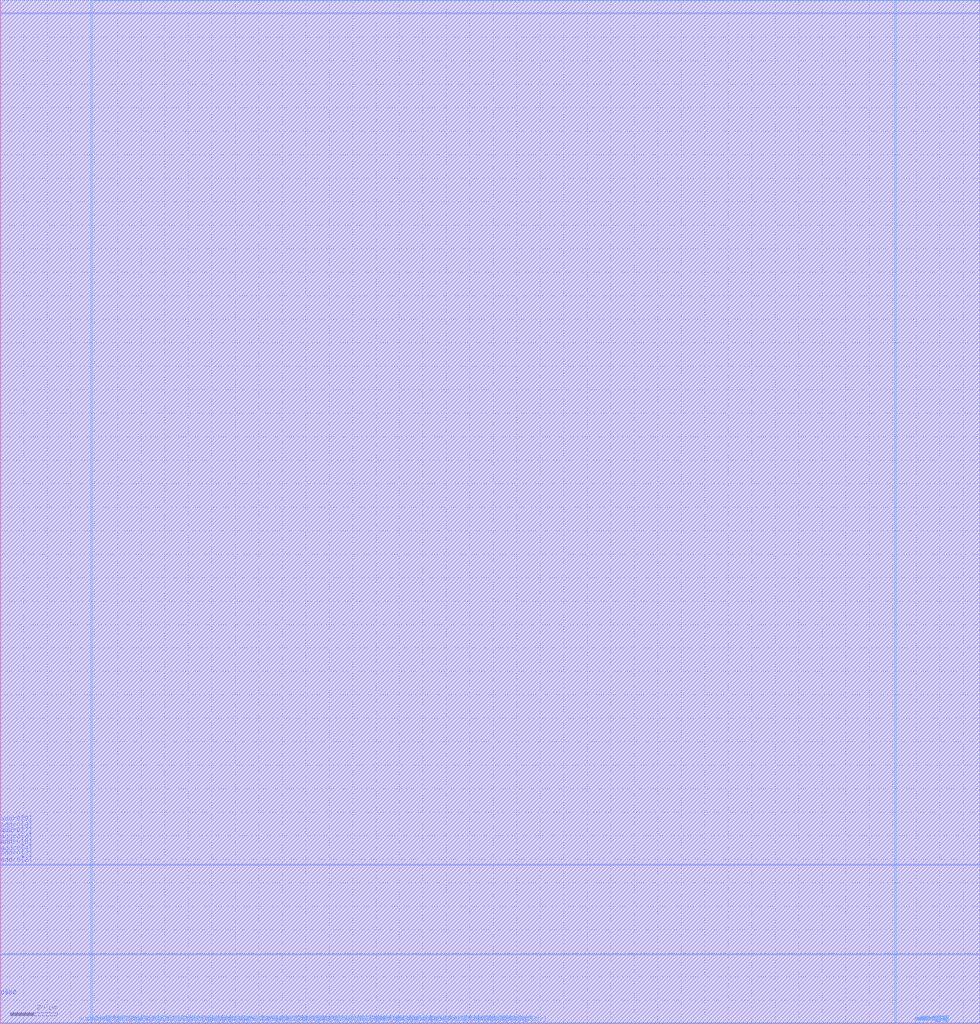
<source format=lef>
VERSION 5.4 ;
NAMESCASESENSITIVE ON ;
BUSBITCHARS "[]" ;
DIVIDERCHAR "/" ;
UNITS
  DATABASE MICRONS 2000 ;
END UNITS
MACRO sram_0rw1r1w_64_1024_freepdk45
   CLASS BLOCK ;
   SIZE 417.295 BY 435.97 ;
   SYMMETRY X Y R90 ;
   PIN din0[0]
      DIRECTION INPUT ;
      PORT
         LAYER metal4 ;
         RECT  38.8125 0.0 38.9525 0.14 ;
      END
   END din0[0]
   PIN din0[1]
      DIRECTION INPUT ;
      PORT
         LAYER metal4 ;
         RECT  41.6725 0.0 41.8125 0.14 ;
      END
   END din0[1]
   PIN din0[2]
      DIRECTION INPUT ;
      PORT
         LAYER metal4 ;
         RECT  44.5325 0.0 44.6725 0.14 ;
      END
   END din0[2]
   PIN din0[3]
      DIRECTION INPUT ;
      PORT
         LAYER metal4 ;
         RECT  47.3925 0.0 47.5325 0.14 ;
      END
   END din0[3]
   PIN din0[4]
      DIRECTION INPUT ;
      PORT
         LAYER metal4 ;
         RECT  50.2525 0.0 50.3925 0.14 ;
      END
   END din0[4]
   PIN din0[5]
      DIRECTION INPUT ;
      PORT
         LAYER metal4 ;
         RECT  53.1125 0.0 53.2525 0.14 ;
      END
   END din0[5]
   PIN din0[6]
      DIRECTION INPUT ;
      PORT
         LAYER metal4 ;
         RECT  55.9725 0.0 56.1125 0.14 ;
      END
   END din0[6]
   PIN din0[7]
      DIRECTION INPUT ;
      PORT
         LAYER metal4 ;
         RECT  58.8325 0.0 58.9725 0.14 ;
      END
   END din0[7]
   PIN din0[8]
      DIRECTION INPUT ;
      PORT
         LAYER metal4 ;
         RECT  61.6925 0.0 61.8325 0.14 ;
      END
   END din0[8]
   PIN din0[9]
      DIRECTION INPUT ;
      PORT
         LAYER metal4 ;
         RECT  64.5525 0.0 64.6925 0.14 ;
      END
   END din0[9]
   PIN din0[10]
      DIRECTION INPUT ;
      PORT
         LAYER metal4 ;
         RECT  67.4125 0.0 67.5525 0.14 ;
      END
   END din0[10]
   PIN din0[11]
      DIRECTION INPUT ;
      PORT
         LAYER metal4 ;
         RECT  70.2725 0.0 70.4125 0.14 ;
      END
   END din0[11]
   PIN din0[12]
      DIRECTION INPUT ;
      PORT
         LAYER metal4 ;
         RECT  73.1325 0.0 73.2725 0.14 ;
      END
   END din0[12]
   PIN din0[13]
      DIRECTION INPUT ;
      PORT
         LAYER metal4 ;
         RECT  75.9925 0.0 76.1325 0.14 ;
      END
   END din0[13]
   PIN din0[14]
      DIRECTION INPUT ;
      PORT
         LAYER metal4 ;
         RECT  78.8525 0.0 78.9925 0.14 ;
      END
   END din0[14]
   PIN din0[15]
      DIRECTION INPUT ;
      PORT
         LAYER metal4 ;
         RECT  81.7125 0.0 81.8525 0.14 ;
      END
   END din0[15]
   PIN din0[16]
      DIRECTION INPUT ;
      PORT
         LAYER metal4 ;
         RECT  84.5725 0.0 84.7125 0.14 ;
      END
   END din0[16]
   PIN din0[17]
      DIRECTION INPUT ;
      PORT
         LAYER metal4 ;
         RECT  87.4325 0.0 87.5725 0.14 ;
      END
   END din0[17]
   PIN din0[18]
      DIRECTION INPUT ;
      PORT
         LAYER metal4 ;
         RECT  90.2925 0.0 90.4325 0.14 ;
      END
   END din0[18]
   PIN din0[19]
      DIRECTION INPUT ;
      PORT
         LAYER metal4 ;
         RECT  93.1525 0.0 93.2925 0.14 ;
      END
   END din0[19]
   PIN din0[20]
      DIRECTION INPUT ;
      PORT
         LAYER metal4 ;
         RECT  96.0125 0.0 96.1525 0.14 ;
      END
   END din0[20]
   PIN din0[21]
      DIRECTION INPUT ;
      PORT
         LAYER metal4 ;
         RECT  98.8725 0.0 99.0125 0.14 ;
      END
   END din0[21]
   PIN din0[22]
      DIRECTION INPUT ;
      PORT
         LAYER metal4 ;
         RECT  101.7325 0.0 101.8725 0.14 ;
      END
   END din0[22]
   PIN din0[23]
      DIRECTION INPUT ;
      PORT
         LAYER metal4 ;
         RECT  104.5925 0.0 104.7325 0.14 ;
      END
   END din0[23]
   PIN din0[24]
      DIRECTION INPUT ;
      PORT
         LAYER metal4 ;
         RECT  107.4525 0.0 107.5925 0.14 ;
      END
   END din0[24]
   PIN din0[25]
      DIRECTION INPUT ;
      PORT
         LAYER metal4 ;
         RECT  110.3125 0.0 110.4525 0.14 ;
      END
   END din0[25]
   PIN din0[26]
      DIRECTION INPUT ;
      PORT
         LAYER metal4 ;
         RECT  113.1725 0.0 113.3125 0.14 ;
      END
   END din0[26]
   PIN din0[27]
      DIRECTION INPUT ;
      PORT
         LAYER metal4 ;
         RECT  116.0325 0.0 116.1725 0.14 ;
      END
   END din0[27]
   PIN din0[28]
      DIRECTION INPUT ;
      PORT
         LAYER metal4 ;
         RECT  118.8925 0.0 119.0325 0.14 ;
      END
   END din0[28]
   PIN din0[29]
      DIRECTION INPUT ;
      PORT
         LAYER metal4 ;
         RECT  121.7525 0.0 121.8925 0.14 ;
      END
   END din0[29]
   PIN din0[30]
      DIRECTION INPUT ;
      PORT
         LAYER metal4 ;
         RECT  124.6125 0.0 124.7525 0.14 ;
      END
   END din0[30]
   PIN din0[31]
      DIRECTION INPUT ;
      PORT
         LAYER metal4 ;
         RECT  127.4725 0.0 127.6125 0.14 ;
      END
   END din0[31]
   PIN din0[32]
      DIRECTION INPUT ;
      PORT
         LAYER metal4 ;
         RECT  130.3325 0.0 130.4725 0.14 ;
      END
   END din0[32]
   PIN din0[33]
      DIRECTION INPUT ;
      PORT
         LAYER metal4 ;
         RECT  133.1925 0.0 133.3325 0.14 ;
      END
   END din0[33]
   PIN din0[34]
      DIRECTION INPUT ;
      PORT
         LAYER metal4 ;
         RECT  136.0525 0.0 136.1925 0.14 ;
      END
   END din0[34]
   PIN din0[35]
      DIRECTION INPUT ;
      PORT
         LAYER metal4 ;
         RECT  138.9125 0.0 139.0525 0.14 ;
      END
   END din0[35]
   PIN din0[36]
      DIRECTION INPUT ;
      PORT
         LAYER metal4 ;
         RECT  141.7725 0.0 141.9125 0.14 ;
      END
   END din0[36]
   PIN din0[37]
      DIRECTION INPUT ;
      PORT
         LAYER metal4 ;
         RECT  144.6325 0.0 144.7725 0.14 ;
      END
   END din0[37]
   PIN din0[38]
      DIRECTION INPUT ;
      PORT
         LAYER metal4 ;
         RECT  147.4925 0.0 147.6325 0.14 ;
      END
   END din0[38]
   PIN din0[39]
      DIRECTION INPUT ;
      PORT
         LAYER metal4 ;
         RECT  150.3525 0.0 150.4925 0.14 ;
      END
   END din0[39]
   PIN din0[40]
      DIRECTION INPUT ;
      PORT
         LAYER metal4 ;
         RECT  153.2125 0.0 153.3525 0.14 ;
      END
   END din0[40]
   PIN din0[41]
      DIRECTION INPUT ;
      PORT
         LAYER metal4 ;
         RECT  156.0725 0.0 156.2125 0.14 ;
      END
   END din0[41]
   PIN din0[42]
      DIRECTION INPUT ;
      PORT
         LAYER metal4 ;
         RECT  158.9325 0.0 159.0725 0.14 ;
      END
   END din0[42]
   PIN din0[43]
      DIRECTION INPUT ;
      PORT
         LAYER metal4 ;
         RECT  161.7925 0.0 161.9325 0.14 ;
      END
   END din0[43]
   PIN din0[44]
      DIRECTION INPUT ;
      PORT
         LAYER metal4 ;
         RECT  164.6525 0.0 164.7925 0.14 ;
      END
   END din0[44]
   PIN din0[45]
      DIRECTION INPUT ;
      PORT
         LAYER metal4 ;
         RECT  167.5125 0.0 167.6525 0.14 ;
      END
   END din0[45]
   PIN din0[46]
      DIRECTION INPUT ;
      PORT
         LAYER metal4 ;
         RECT  170.3725 0.0 170.5125 0.14 ;
      END
   END din0[46]
   PIN din0[47]
      DIRECTION INPUT ;
      PORT
         LAYER metal4 ;
         RECT  173.2325 0.0 173.3725 0.14 ;
      END
   END din0[47]
   PIN din0[48]
      DIRECTION INPUT ;
      PORT
         LAYER metal4 ;
         RECT  176.0925 0.0 176.2325 0.14 ;
      END
   END din0[48]
   PIN din0[49]
      DIRECTION INPUT ;
      PORT
         LAYER metal4 ;
         RECT  178.9525 0.0 179.0925 0.14 ;
      END
   END din0[49]
   PIN din0[50]
      DIRECTION INPUT ;
      PORT
         LAYER metal4 ;
         RECT  181.8125 0.0 181.9525 0.14 ;
      END
   END din0[50]
   PIN din0[51]
      DIRECTION INPUT ;
      PORT
         LAYER metal4 ;
         RECT  184.6725 0.0 184.8125 0.14 ;
      END
   END din0[51]
   PIN din0[52]
      DIRECTION INPUT ;
      PORT
         LAYER metal4 ;
         RECT  187.5325 0.0 187.6725 0.14 ;
      END
   END din0[52]
   PIN din0[53]
      DIRECTION INPUT ;
      PORT
         LAYER metal4 ;
         RECT  190.3925 0.0 190.5325 0.14 ;
      END
   END din0[53]
   PIN din0[54]
      DIRECTION INPUT ;
      PORT
         LAYER metal4 ;
         RECT  193.2525 0.0 193.3925 0.14 ;
      END
   END din0[54]
   PIN din0[55]
      DIRECTION INPUT ;
      PORT
         LAYER metal4 ;
         RECT  196.1125 0.0 196.2525 0.14 ;
      END
   END din0[55]
   PIN din0[56]
      DIRECTION INPUT ;
      PORT
         LAYER metal4 ;
         RECT  198.9725 0.0 199.1125 0.14 ;
      END
   END din0[56]
   PIN din0[57]
      DIRECTION INPUT ;
      PORT
         LAYER metal4 ;
         RECT  201.8325 0.0 201.9725 0.14 ;
      END
   END din0[57]
   PIN din0[58]
      DIRECTION INPUT ;
      PORT
         LAYER metal4 ;
         RECT  204.6925 0.0 204.8325 0.14 ;
      END
   END din0[58]
   PIN din0[59]
      DIRECTION INPUT ;
      PORT
         LAYER metal4 ;
         RECT  207.5525 0.0 207.6925 0.14 ;
      END
   END din0[59]
   PIN din0[60]
      DIRECTION INPUT ;
      PORT
         LAYER metal4 ;
         RECT  210.4125 0.0 210.5525 0.14 ;
      END
   END din0[60]
   PIN din0[61]
      DIRECTION INPUT ;
      PORT
         LAYER metal4 ;
         RECT  213.2725 0.0 213.4125 0.14 ;
      END
   END din0[61]
   PIN din0[62]
      DIRECTION INPUT ;
      PORT
         LAYER metal4 ;
         RECT  216.1325 0.0 216.2725 0.14 ;
      END
   END din0[62]
   PIN din0[63]
      DIRECTION INPUT ;
      PORT
         LAYER metal4 ;
         RECT  218.9925 0.0 219.1325 0.14 ;
      END
   END din0[63]
   PIN addr0[0]
      DIRECTION INPUT ;
      PORT
         LAYER metal4 ;
         RECT  33.0925 0.0 33.2325 0.14 ;
      END
   END addr0[0]
   PIN addr0[1]
      DIRECTION INPUT ;
      PORT
         LAYER metal4 ;
         RECT  35.9525 0.0 36.0925 0.14 ;
      END
   END addr0[1]
   PIN addr0[2]
      DIRECTION INPUT ;
      PORT
         LAYER metal3 ;
         RECT  0.0 67.59 0.14 67.73 ;
      END
   END addr0[2]
   PIN addr0[3]
      DIRECTION INPUT ;
      PORT
         LAYER metal3 ;
         RECT  0.0 70.32 0.14 70.46 ;
      END
   END addr0[3]
   PIN addr0[4]
      DIRECTION INPUT ;
      PORT
         LAYER metal3 ;
         RECT  0.0 72.53 0.14 72.67 ;
      END
   END addr0[4]
   PIN addr0[5]
      DIRECTION INPUT ;
      PORT
         LAYER metal3 ;
         RECT  0.0 75.26 0.14 75.4 ;
      END
   END addr0[5]
   PIN addr0[6]
      DIRECTION INPUT ;
      PORT
         LAYER metal3 ;
         RECT  0.0 77.47 0.14 77.61 ;
      END
   END addr0[6]
   PIN addr0[7]
      DIRECTION INPUT ;
      PORT
         LAYER metal3 ;
         RECT  0.0 80.2 0.14 80.34 ;
      END
   END addr0[7]
   PIN addr0[8]
      DIRECTION INPUT ;
      PORT
         LAYER metal3 ;
         RECT  0.0 82.41 0.14 82.55 ;
      END
   END addr0[8]
   PIN addr0[9]
      DIRECTION INPUT ;
      PORT
         LAYER metal3 ;
         RECT  0.0 85.14 0.14 85.28 ;
      END
   END addr0[9]
   PIN addr1[0]
      DIRECTION INPUT ;
      PORT
         LAYER metal4 ;
         RECT  381.2025 435.83 381.3425 435.97 ;
      END
   END addr1[0]
   PIN addr1[1]
      DIRECTION INPUT ;
      PORT
         LAYER metal4 ;
         RECT  378.3425 435.83 378.4825 435.97 ;
      END
   END addr1[1]
   PIN addr1[2]
      DIRECTION INPUT ;
      PORT
         LAYER metal3 ;
         RECT  417.155 29.5 417.295 29.64 ;
      END
   END addr1[2]
   PIN addr1[3]
      DIRECTION INPUT ;
      PORT
         LAYER metal4 ;
         RECT  390.065 0.0 390.205 0.14 ;
      END
   END addr1[3]
   PIN addr1[4]
      DIRECTION INPUT ;
      PORT
         LAYER metal4 ;
         RECT  388.925 0.0 389.065 0.14 ;
      END
   END addr1[4]
   PIN addr1[5]
      DIRECTION INPUT ;
      PORT
         LAYER metal4 ;
         RECT  390.635 0.0 390.775 0.14 ;
      END
   END addr1[5]
   PIN addr1[6]
      DIRECTION INPUT ;
      PORT
         LAYER metal4 ;
         RECT  389.21 0.0 389.35 0.14 ;
      END
   END addr1[6]
   PIN addr1[7]
      DIRECTION INPUT ;
      PORT
         LAYER metal4 ;
         RECT  390.35 0.0 390.49 0.14 ;
      END
   END addr1[7]
   PIN addr1[8]
      DIRECTION INPUT ;
      PORT
         LAYER metal4 ;
         RECT  389.495 0.0 389.635 0.14 ;
      END
   END addr1[8]
   PIN addr1[9]
      DIRECTION INPUT ;
      PORT
         LAYER metal4 ;
         RECT  389.78 0.0 389.92 0.14 ;
      END
   END addr1[9]
   PIN csb0
      DIRECTION INPUT ;
      PORT
         LAYER metal3 ;
         RECT  0.0 11.04 0.14 11.18 ;
      END
   END csb0
   PIN csb1
      DIRECTION INPUT ;
      PORT
         LAYER metal3 ;
         RECT  417.155 430.24 417.295 430.38 ;
      END
   END csb1
   PIN clk0
      DIRECTION INPUT ;
      PORT
         LAYER metal3 ;
         RECT  0.0 11.275 0.14 11.415 ;
      END
   END clk0
   PIN clk1
      DIRECTION INPUT ;
      PORT
         LAYER metal4 ;
         RECT  407.595 435.83 407.735 435.97 ;
      END
   END clk1
   PIN dout1[0]
      DIRECTION OUTPUT ;
      PORT
         LAYER metal4 ;
         RECT  58.1075 435.83 58.2475 435.97 ;
      END
   END dout1[0]
   PIN dout1[1]
      DIRECTION OUTPUT ;
      PORT
         LAYER metal4 ;
         RECT  62.8075 435.83 62.9475 435.97 ;
      END
   END dout1[1]
   PIN dout1[2]
      DIRECTION OUTPUT ;
      PORT
         LAYER metal4 ;
         RECT  67.5075 435.83 67.6475 435.97 ;
      END
   END dout1[2]
   PIN dout1[3]
      DIRECTION OUTPUT ;
      PORT
         LAYER metal4 ;
         RECT  72.2075 435.83 72.3475 435.97 ;
      END
   END dout1[3]
   PIN dout1[4]
      DIRECTION OUTPUT ;
      PORT
         LAYER metal4 ;
         RECT  76.9075 435.83 77.0475 435.97 ;
      END
   END dout1[4]
   PIN dout1[5]
      DIRECTION OUTPUT ;
      PORT
         LAYER metal4 ;
         RECT  81.6075 435.83 81.7475 435.97 ;
      END
   END dout1[5]
   PIN dout1[6]
      DIRECTION OUTPUT ;
      PORT
         LAYER metal4 ;
         RECT  86.3075 435.83 86.4475 435.97 ;
      END
   END dout1[6]
   PIN dout1[7]
      DIRECTION OUTPUT ;
      PORT
         LAYER metal4 ;
         RECT  91.0075 435.83 91.1475 435.97 ;
      END
   END dout1[7]
   PIN dout1[8]
      DIRECTION OUTPUT ;
      PORT
         LAYER metal4 ;
         RECT  95.7075 435.83 95.8475 435.97 ;
      END
   END dout1[8]
   PIN dout1[9]
      DIRECTION OUTPUT ;
      PORT
         LAYER metal4 ;
         RECT  100.4075 435.83 100.5475 435.97 ;
      END
   END dout1[9]
   PIN dout1[10]
      DIRECTION OUTPUT ;
      PORT
         LAYER metal4 ;
         RECT  105.1075 435.83 105.2475 435.97 ;
      END
   END dout1[10]
   PIN dout1[11]
      DIRECTION OUTPUT ;
      PORT
         LAYER metal4 ;
         RECT  109.8075 435.83 109.9475 435.97 ;
      END
   END dout1[11]
   PIN dout1[12]
      DIRECTION OUTPUT ;
      PORT
         LAYER metal4 ;
         RECT  114.5075 435.83 114.6475 435.97 ;
      END
   END dout1[12]
   PIN dout1[13]
      DIRECTION OUTPUT ;
      PORT
         LAYER metal4 ;
         RECT  119.2075 435.83 119.3475 435.97 ;
      END
   END dout1[13]
   PIN dout1[14]
      DIRECTION OUTPUT ;
      PORT
         LAYER metal4 ;
         RECT  123.9075 435.83 124.0475 435.97 ;
      END
   END dout1[14]
   PIN dout1[15]
      DIRECTION OUTPUT ;
      PORT
         LAYER metal4 ;
         RECT  128.6075 435.83 128.7475 435.97 ;
      END
   END dout1[15]
   PIN dout1[16]
      DIRECTION OUTPUT ;
      PORT
         LAYER metal4 ;
         RECT  133.3075 435.83 133.4475 435.97 ;
      END
   END dout1[16]
   PIN dout1[17]
      DIRECTION OUTPUT ;
      PORT
         LAYER metal4 ;
         RECT  138.0075 435.83 138.1475 435.97 ;
      END
   END dout1[17]
   PIN dout1[18]
      DIRECTION OUTPUT ;
      PORT
         LAYER metal4 ;
         RECT  142.7075 435.83 142.8475 435.97 ;
      END
   END dout1[18]
   PIN dout1[19]
      DIRECTION OUTPUT ;
      PORT
         LAYER metal4 ;
         RECT  147.4075 435.83 147.5475 435.97 ;
      END
   END dout1[19]
   PIN dout1[20]
      DIRECTION OUTPUT ;
      PORT
         LAYER metal4 ;
         RECT  152.1075 435.83 152.2475 435.97 ;
      END
   END dout1[20]
   PIN dout1[21]
      DIRECTION OUTPUT ;
      PORT
         LAYER metal4 ;
         RECT  156.8075 435.83 156.9475 435.97 ;
      END
   END dout1[21]
   PIN dout1[22]
      DIRECTION OUTPUT ;
      PORT
         LAYER metal4 ;
         RECT  161.5075 435.83 161.6475 435.97 ;
      END
   END dout1[22]
   PIN dout1[23]
      DIRECTION OUTPUT ;
      PORT
         LAYER metal4 ;
         RECT  166.2075 435.83 166.3475 435.97 ;
      END
   END dout1[23]
   PIN dout1[24]
      DIRECTION OUTPUT ;
      PORT
         LAYER metal4 ;
         RECT  170.9075 435.83 171.0475 435.97 ;
      END
   END dout1[24]
   PIN dout1[25]
      DIRECTION OUTPUT ;
      PORT
         LAYER metal4 ;
         RECT  175.6075 435.83 175.7475 435.97 ;
      END
   END dout1[25]
   PIN dout1[26]
      DIRECTION OUTPUT ;
      PORT
         LAYER metal4 ;
         RECT  180.3075 435.83 180.4475 435.97 ;
      END
   END dout1[26]
   PIN dout1[27]
      DIRECTION OUTPUT ;
      PORT
         LAYER metal4 ;
         RECT  185.0075 435.83 185.1475 435.97 ;
      END
   END dout1[27]
   PIN dout1[28]
      DIRECTION OUTPUT ;
      PORT
         LAYER metal4 ;
         RECT  189.7075 435.83 189.8475 435.97 ;
      END
   END dout1[28]
   PIN dout1[29]
      DIRECTION OUTPUT ;
      PORT
         LAYER metal4 ;
         RECT  194.4075 435.83 194.5475 435.97 ;
      END
   END dout1[29]
   PIN dout1[30]
      DIRECTION OUTPUT ;
      PORT
         LAYER metal4 ;
         RECT  199.1075 435.83 199.2475 435.97 ;
      END
   END dout1[30]
   PIN dout1[31]
      DIRECTION OUTPUT ;
      PORT
         LAYER metal4 ;
         RECT  203.8075 435.83 203.9475 435.97 ;
      END
   END dout1[31]
   PIN dout1[32]
      DIRECTION OUTPUT ;
      PORT
         LAYER metal4 ;
         RECT  208.5075 435.83 208.6475 435.97 ;
      END
   END dout1[32]
   PIN dout1[33]
      DIRECTION OUTPUT ;
      PORT
         LAYER metal4 ;
         RECT  213.2075 435.83 213.3475 435.97 ;
      END
   END dout1[33]
   PIN dout1[34]
      DIRECTION OUTPUT ;
      PORT
         LAYER metal4 ;
         RECT  217.9075 435.83 218.0475 435.97 ;
      END
   END dout1[34]
   PIN dout1[35]
      DIRECTION OUTPUT ;
      PORT
         LAYER metal4 ;
         RECT  222.6075 435.83 222.7475 435.97 ;
      END
   END dout1[35]
   PIN dout1[36]
      DIRECTION OUTPUT ;
      PORT
         LAYER metal4 ;
         RECT  227.3075 435.83 227.4475 435.97 ;
      END
   END dout1[36]
   PIN dout1[37]
      DIRECTION OUTPUT ;
      PORT
         LAYER metal4 ;
         RECT  232.0075 435.83 232.1475 435.97 ;
      END
   END dout1[37]
   PIN dout1[38]
      DIRECTION OUTPUT ;
      PORT
         LAYER metal4 ;
         RECT  236.7075 435.83 236.8475 435.97 ;
      END
   END dout1[38]
   PIN dout1[39]
      DIRECTION OUTPUT ;
      PORT
         LAYER metal4 ;
         RECT  241.4075 435.83 241.5475 435.97 ;
      END
   END dout1[39]
   PIN dout1[40]
      DIRECTION OUTPUT ;
      PORT
         LAYER metal4 ;
         RECT  246.1075 435.83 246.2475 435.97 ;
      END
   END dout1[40]
   PIN dout1[41]
      DIRECTION OUTPUT ;
      PORT
         LAYER metal4 ;
         RECT  250.8075 435.83 250.9475 435.97 ;
      END
   END dout1[41]
   PIN dout1[42]
      DIRECTION OUTPUT ;
      PORT
         LAYER metal4 ;
         RECT  255.5075 435.83 255.6475 435.97 ;
      END
   END dout1[42]
   PIN dout1[43]
      DIRECTION OUTPUT ;
      PORT
         LAYER metal4 ;
         RECT  260.2075 435.83 260.3475 435.97 ;
      END
   END dout1[43]
   PIN dout1[44]
      DIRECTION OUTPUT ;
      PORT
         LAYER metal4 ;
         RECT  264.9075 435.83 265.0475 435.97 ;
      END
   END dout1[44]
   PIN dout1[45]
      DIRECTION OUTPUT ;
      PORT
         LAYER metal4 ;
         RECT  269.6075 435.83 269.7475 435.97 ;
      END
   END dout1[45]
   PIN dout1[46]
      DIRECTION OUTPUT ;
      PORT
         LAYER metal4 ;
         RECT  274.3075 435.83 274.4475 435.97 ;
      END
   END dout1[46]
   PIN dout1[47]
      DIRECTION OUTPUT ;
      PORT
         LAYER metal4 ;
         RECT  279.0075 435.83 279.1475 435.97 ;
      END
   END dout1[47]
   PIN dout1[48]
      DIRECTION OUTPUT ;
      PORT
         LAYER metal4 ;
         RECT  283.7075 435.83 283.8475 435.97 ;
      END
   END dout1[48]
   PIN dout1[49]
      DIRECTION OUTPUT ;
      PORT
         LAYER metal4 ;
         RECT  288.4075 435.83 288.5475 435.97 ;
      END
   END dout1[49]
   PIN dout1[50]
      DIRECTION OUTPUT ;
      PORT
         LAYER metal4 ;
         RECT  293.1075 435.83 293.2475 435.97 ;
      END
   END dout1[50]
   PIN dout1[51]
      DIRECTION OUTPUT ;
      PORT
         LAYER metal4 ;
         RECT  297.8075 435.83 297.9475 435.97 ;
      END
   END dout1[51]
   PIN dout1[52]
      DIRECTION OUTPUT ;
      PORT
         LAYER metal4 ;
         RECT  302.5075 435.83 302.6475 435.97 ;
      END
   END dout1[52]
   PIN dout1[53]
      DIRECTION OUTPUT ;
      PORT
         LAYER metal4 ;
         RECT  307.2075 435.83 307.3475 435.97 ;
      END
   END dout1[53]
   PIN dout1[54]
      DIRECTION OUTPUT ;
      PORT
         LAYER metal4 ;
         RECT  311.9075 435.83 312.0475 435.97 ;
      END
   END dout1[54]
   PIN dout1[55]
      DIRECTION OUTPUT ;
      PORT
         LAYER metal4 ;
         RECT  316.6075 435.83 316.7475 435.97 ;
      END
   END dout1[55]
   PIN dout1[56]
      DIRECTION OUTPUT ;
      PORT
         LAYER metal4 ;
         RECT  321.3075 435.83 321.4475 435.97 ;
      END
   END dout1[56]
   PIN dout1[57]
      DIRECTION OUTPUT ;
      PORT
         LAYER metal4 ;
         RECT  326.0075 435.83 326.1475 435.97 ;
      END
   END dout1[57]
   PIN dout1[58]
      DIRECTION OUTPUT ;
      PORT
         LAYER metal4 ;
         RECT  330.7075 435.83 330.8475 435.97 ;
      END
   END dout1[58]
   PIN dout1[59]
      DIRECTION OUTPUT ;
      PORT
         LAYER metal4 ;
         RECT  335.4075 435.83 335.5475 435.97 ;
      END
   END dout1[59]
   PIN dout1[60]
      DIRECTION OUTPUT ;
      PORT
         LAYER metal4 ;
         RECT  340.1075 435.83 340.2475 435.97 ;
      END
   END dout1[60]
   PIN dout1[61]
      DIRECTION OUTPUT ;
      PORT
         LAYER metal4 ;
         RECT  344.8075 435.83 344.9475 435.97 ;
      END
   END dout1[61]
   PIN dout1[62]
      DIRECTION OUTPUT ;
      PORT
         LAYER metal4 ;
         RECT  349.5075 435.83 349.6475 435.97 ;
      END
   END dout1[62]
   PIN dout1[63]
      DIRECTION OUTPUT ;
      PORT
         LAYER metal4 ;
         RECT  354.2075 435.83 354.3475 435.97 ;
      END
   END dout1[63]
   PIN vdd
      DIRECTION INOUT ;
      USE POWER ; 
      SHAPE ABUTMENT ; 
      PORT
      END
   END vdd
   PIN gnd
      DIRECTION INOUT ;
      USE GROUND ; 
      SHAPE ABUTMENT ; 
      PORT
      END
   END gnd
   OBS
   LAYER  metal1 ;
      RECT  0.14 0.14 417.155 435.83 ;
   LAYER  metal2 ;
      RECT  0.14 0.14 417.155 435.83 ;
   LAYER  metal3 ;
      RECT  0.28 67.45 417.155 67.87 ;
      RECT  0.14 67.87 0.28 70.18 ;
      RECT  0.14 70.6 0.28 72.39 ;
      RECT  0.14 72.81 0.28 75.12 ;
      RECT  0.14 75.54 0.28 77.33 ;
      RECT  0.14 77.75 0.28 80.06 ;
      RECT  0.14 80.48 0.28 82.27 ;
      RECT  0.14 82.69 0.28 85.0 ;
      RECT  0.14 85.42 0.28 435.83 ;
      RECT  0.28 0.14 417.015 29.36 ;
      RECT  0.28 29.36 417.015 29.78 ;
      RECT  0.28 29.78 417.015 67.45 ;
      RECT  417.015 0.14 417.155 29.36 ;
      RECT  417.015 29.78 417.155 67.45 ;
      RECT  0.14 0.14 0.28 10.9 ;
      RECT  0.28 67.87 417.015 430.1 ;
      RECT  0.28 430.1 417.015 430.52 ;
      RECT  0.28 430.52 417.015 435.83 ;
      RECT  417.015 67.87 417.155 430.1 ;
      RECT  417.015 430.52 417.155 435.83 ;
      RECT  0.14 11.555 0.28 67.45 ;
   LAYER  metal4 ;
      RECT  0.14 0.42 38.5325 435.83 ;
      RECT  38.5325 0.42 39.2325 435.83 ;
      RECT  39.2325 0.14 41.3925 0.42 ;
      RECT  42.0925 0.14 44.2525 0.42 ;
      RECT  44.9525 0.14 47.1125 0.42 ;
      RECT  47.8125 0.14 49.9725 0.42 ;
      RECT  50.6725 0.14 52.8325 0.42 ;
      RECT  53.5325 0.14 55.6925 0.42 ;
      RECT  56.3925 0.14 58.5525 0.42 ;
      RECT  59.2525 0.14 61.4125 0.42 ;
      RECT  62.1125 0.14 64.2725 0.42 ;
      RECT  64.9725 0.14 67.1325 0.42 ;
      RECT  67.8325 0.14 69.9925 0.42 ;
      RECT  70.6925 0.14 72.8525 0.42 ;
      RECT  73.5525 0.14 75.7125 0.42 ;
      RECT  76.4125 0.14 78.5725 0.42 ;
      RECT  79.2725 0.14 81.4325 0.42 ;
      RECT  82.1325 0.14 84.2925 0.42 ;
      RECT  84.9925 0.14 87.1525 0.42 ;
      RECT  87.8525 0.14 90.0125 0.42 ;
      RECT  90.7125 0.14 92.8725 0.42 ;
      RECT  93.5725 0.14 95.7325 0.42 ;
      RECT  96.4325 0.14 98.5925 0.42 ;
      RECT  99.2925 0.14 101.4525 0.42 ;
      RECT  102.1525 0.14 104.3125 0.42 ;
      RECT  105.0125 0.14 107.1725 0.42 ;
      RECT  107.8725 0.14 110.0325 0.42 ;
      RECT  110.7325 0.14 112.8925 0.42 ;
      RECT  113.5925 0.14 115.7525 0.42 ;
      RECT  116.4525 0.14 118.6125 0.42 ;
      RECT  119.3125 0.14 121.4725 0.42 ;
      RECT  122.1725 0.14 124.3325 0.42 ;
      RECT  125.0325 0.14 127.1925 0.42 ;
      RECT  127.8925 0.14 130.0525 0.42 ;
      RECT  130.7525 0.14 132.9125 0.42 ;
      RECT  133.6125 0.14 135.7725 0.42 ;
      RECT  136.4725 0.14 138.6325 0.42 ;
      RECT  139.3325 0.14 141.4925 0.42 ;
      RECT  142.1925 0.14 144.3525 0.42 ;
      RECT  145.0525 0.14 147.2125 0.42 ;
      RECT  147.9125 0.14 150.0725 0.42 ;
      RECT  150.7725 0.14 152.9325 0.42 ;
      RECT  153.6325 0.14 155.7925 0.42 ;
      RECT  156.4925 0.14 158.6525 0.42 ;
      RECT  159.3525 0.14 161.5125 0.42 ;
      RECT  162.2125 0.14 164.3725 0.42 ;
      RECT  165.0725 0.14 167.2325 0.42 ;
      RECT  167.9325 0.14 170.0925 0.42 ;
      RECT  170.7925 0.14 172.9525 0.42 ;
      RECT  173.6525 0.14 175.8125 0.42 ;
      RECT  176.5125 0.14 178.6725 0.42 ;
      RECT  179.3725 0.14 181.5325 0.42 ;
      RECT  182.2325 0.14 184.3925 0.42 ;
      RECT  185.0925 0.14 187.2525 0.42 ;
      RECT  187.9525 0.14 190.1125 0.42 ;
      RECT  190.8125 0.14 192.9725 0.42 ;
      RECT  193.6725 0.14 195.8325 0.42 ;
      RECT  196.5325 0.14 198.6925 0.42 ;
      RECT  199.3925 0.14 201.5525 0.42 ;
      RECT  202.2525 0.14 204.4125 0.42 ;
      RECT  205.1125 0.14 207.2725 0.42 ;
      RECT  207.9725 0.14 210.1325 0.42 ;
      RECT  210.8325 0.14 212.9925 0.42 ;
      RECT  213.6925 0.14 215.8525 0.42 ;
      RECT  216.5525 0.14 218.7125 0.42 ;
      RECT  0.14 0.14 32.8125 0.42 ;
      RECT  33.5125 0.14 35.6725 0.42 ;
      RECT  36.3725 0.14 38.5325 0.42 ;
      RECT  39.2325 0.42 380.9225 435.55 ;
      RECT  380.9225 0.42 381.6225 435.55 ;
      RECT  381.6225 0.42 417.155 435.55 ;
      RECT  378.7625 435.55 380.9225 435.83 ;
      RECT  219.4125 0.14 388.645 0.42 ;
      RECT  391.055 0.14 417.155 0.42 ;
      RECT  381.6225 435.55 407.315 435.83 ;
      RECT  408.015 435.55 417.155 435.83 ;
      RECT  39.2325 435.55 57.8275 435.83 ;
      RECT  58.5275 435.55 62.5275 435.83 ;
      RECT  63.2275 435.55 67.2275 435.83 ;
      RECT  67.9275 435.55 71.9275 435.83 ;
      RECT  72.6275 435.55 76.6275 435.83 ;
      RECT  77.3275 435.55 81.3275 435.83 ;
      RECT  82.0275 435.55 86.0275 435.83 ;
      RECT  86.7275 435.55 90.7275 435.83 ;
      RECT  91.4275 435.55 95.4275 435.83 ;
      RECT  96.1275 435.55 100.1275 435.83 ;
      RECT  100.8275 435.55 104.8275 435.83 ;
      RECT  105.5275 435.55 109.5275 435.83 ;
      RECT  110.2275 435.55 114.2275 435.83 ;
      RECT  114.9275 435.55 118.9275 435.83 ;
      RECT  119.6275 435.55 123.6275 435.83 ;
      RECT  124.3275 435.55 128.3275 435.83 ;
      RECT  129.0275 435.55 133.0275 435.83 ;
      RECT  133.7275 435.55 137.7275 435.83 ;
      RECT  138.4275 435.55 142.4275 435.83 ;
      RECT  143.1275 435.55 147.1275 435.83 ;
      RECT  147.8275 435.55 151.8275 435.83 ;
      RECT  152.5275 435.55 156.5275 435.83 ;
      RECT  157.2275 435.55 161.2275 435.83 ;
      RECT  161.9275 435.55 165.9275 435.83 ;
      RECT  166.6275 435.55 170.6275 435.83 ;
      RECT  171.3275 435.55 175.3275 435.83 ;
      RECT  176.0275 435.55 180.0275 435.83 ;
      RECT  180.7275 435.55 184.7275 435.83 ;
      RECT  185.4275 435.55 189.4275 435.83 ;
      RECT  190.1275 435.55 194.1275 435.83 ;
      RECT  194.8275 435.55 198.8275 435.83 ;
      RECT  199.5275 435.55 203.5275 435.83 ;
      RECT  204.2275 435.55 208.2275 435.83 ;
      RECT  208.9275 435.55 212.9275 435.83 ;
      RECT  213.6275 435.55 217.6275 435.83 ;
      RECT  218.3275 435.55 222.3275 435.83 ;
      RECT  223.0275 435.55 227.0275 435.83 ;
      RECT  227.7275 435.55 231.7275 435.83 ;
      RECT  232.4275 435.55 236.4275 435.83 ;
      RECT  237.1275 435.55 241.1275 435.83 ;
      RECT  241.8275 435.55 245.8275 435.83 ;
      RECT  246.5275 435.55 250.5275 435.83 ;
      RECT  251.2275 435.55 255.2275 435.83 ;
      RECT  255.9275 435.55 259.9275 435.83 ;
      RECT  260.6275 435.55 264.6275 435.83 ;
      RECT  265.3275 435.55 269.3275 435.83 ;
      RECT  270.0275 435.55 274.0275 435.83 ;
      RECT  274.7275 435.55 278.7275 435.83 ;
      RECT  279.4275 435.55 283.4275 435.83 ;
      RECT  284.1275 435.55 288.1275 435.83 ;
      RECT  288.8275 435.55 292.8275 435.83 ;
      RECT  293.5275 435.55 297.5275 435.83 ;
      RECT  298.2275 435.55 302.2275 435.83 ;
      RECT  302.9275 435.55 306.9275 435.83 ;
      RECT  307.6275 435.55 311.6275 435.83 ;
      RECT  312.3275 435.55 316.3275 435.83 ;
      RECT  317.0275 435.55 321.0275 435.83 ;
      RECT  321.7275 435.55 325.7275 435.83 ;
      RECT  326.4275 435.55 330.4275 435.83 ;
      RECT  331.1275 435.55 335.1275 435.83 ;
      RECT  335.8275 435.55 339.8275 435.83 ;
      RECT  340.5275 435.55 344.5275 435.83 ;
      RECT  345.2275 435.55 349.2275 435.83 ;
      RECT  349.9275 435.55 353.9275 435.83 ;
      RECT  354.6275 435.55 378.0625 435.83 ;
   END
END    sram_0rw1r1w_64_1024_freepdk45
END    LIBRARY

</source>
